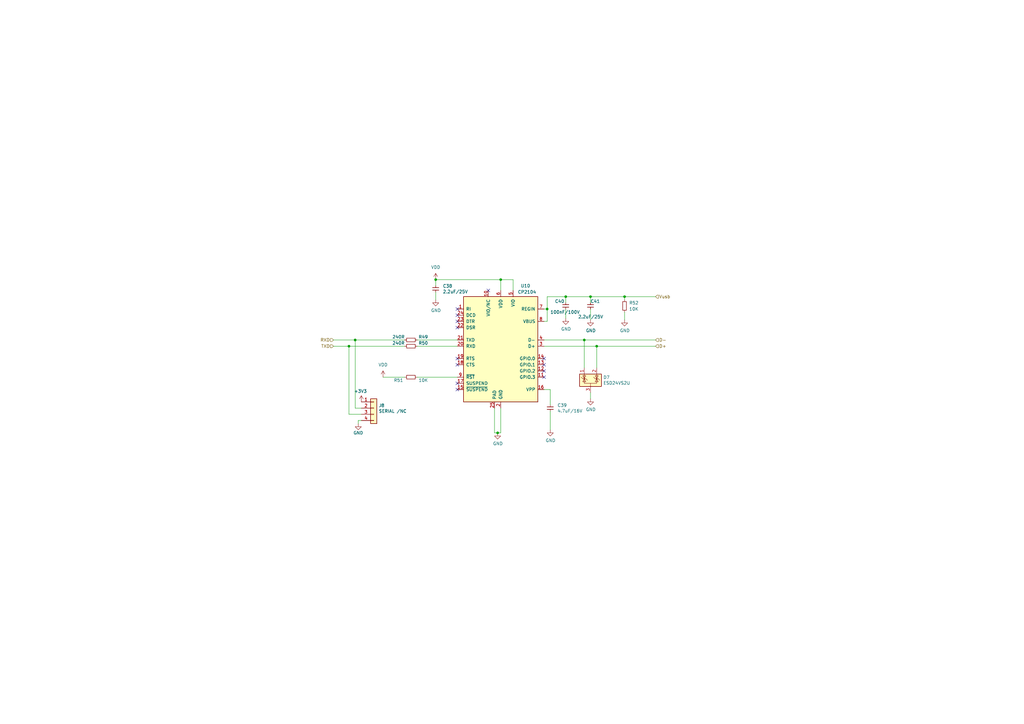
<source format=kicad_sch>
(kicad_sch (version 20230121) (generator eeschema)

  (uuid e795f9ad-d76a-4c10-bd3f-bfa4aa84c527)

  (paper "A3")

  (title_block
    (date "2023-10-19")
    (rev "V0.1")
    (company "teTra")
  )

  (lib_symbols
    (symbol "BMS-Master-rescue:CP2104-Interface_USB" (pin_names (offset 1.016)) (in_bom yes) (on_board yes)
      (property "Reference" "U" (at -7.62 23.495 0)
        (effects (font (size 1.27 1.27)) (justify right))
      )
      (property "Value" "Interface_USB_CP2104" (at -7.62 21.59 0)
        (effects (font (size 1.27 1.27)) (justify right))
      )
      (property "Footprint" "Package_DFN_QFN:QFN-24-1EP_4x4mm_P0.5mm_EP2.6x2.6mm" (at 3.81 -24.13 0)
        (effects (font (size 1.27 1.27)) (justify left) hide)
      )
      (property "Datasheet" "" (at -13.97 31.75 0)
        (effects (font (size 1.27 1.27)) hide)
      )
      (property "ki_fp_filters" "QFN*4x4mm*P0.5mm*" (at 0 0 0)
        (effects (font (size 1.27 1.27)) hide)
      )
      (symbol "CP2104-Interface_USB_0_1"
        (rectangle (start -15.24 20.32) (end 15.24 -22.86)
          (stroke (width 0.254) (type solid))
          (fill (type background))
        )
      )
      (symbol "CP2104-Interface_USB_1_1"
        (pin input line (at 17.78 15.24 180) (length 2.54)
          (name "RI" (effects (font (size 1.27 1.27))))
          (number "1" (effects (font (size 1.27 1.27))))
        )
        (pin power_out line (at 5.08 22.86 270) (length 2.54)
          (name "VIO/NC" (effects (font (size 1.27 1.27))))
          (number "10" (effects (font (size 1.27 1.27))))
        )
        (pin bidirectional line (at -17.78 -12.7 0) (length 2.54)
          (name "GPIO.3" (effects (font (size 1.27 1.27))))
          (number "11" (effects (font (size 1.27 1.27))))
        )
        (pin bidirectional line (at -17.78 -10.16 0) (length 2.54)
          (name "GPIO.2" (effects (font (size 1.27 1.27))))
          (number "12" (effects (font (size 1.27 1.27))))
        )
        (pin bidirectional line (at -17.78 -7.62 0) (length 2.54)
          (name "GPIO.1" (effects (font (size 1.27 1.27))))
          (number "13" (effects (font (size 1.27 1.27))))
        )
        (pin bidirectional line (at -17.78 -5.08 0) (length 2.54)
          (name "GPIO.0" (effects (font (size 1.27 1.27))))
          (number "14" (effects (font (size 1.27 1.27))))
        )
        (pin output line (at 17.78 -17.78 180) (length 2.54)
          (name "~{SUSPEND}" (effects (font (size 1.27 1.27))))
          (number "15" (effects (font (size 1.27 1.27))))
        )
        (pin passive line (at -17.78 -17.78 0) (length 2.54)
          (name "VPP" (effects (font (size 1.27 1.27))))
          (number "16" (effects (font (size 1.27 1.27))))
        )
        (pin output line (at 17.78 -15.24 180) (length 2.54)
          (name "SUSPEND" (effects (font (size 1.27 1.27))))
          (number "17" (effects (font (size 1.27 1.27))))
        )
        (pin input line (at 17.78 -7.62 180) (length 2.54)
          (name "CTS" (effects (font (size 1.27 1.27))))
          (number "18" (effects (font (size 1.27 1.27))))
        )
        (pin output line (at 17.78 -5.08 180) (length 2.54)
          (name "RTS" (effects (font (size 1.27 1.27))))
          (number "19" (effects (font (size 1.27 1.27))))
        )
        (pin power_in line (at 0 -25.4 90) (length 2.54)
          (name "GND" (effects (font (size 1.27 1.27))))
          (number "2" (effects (font (size 1.27 1.27))))
        )
        (pin input line (at 17.78 0 180) (length 2.54)
          (name "RXD" (effects (font (size 1.27 1.27))))
          (number "20" (effects (font (size 1.27 1.27))))
        )
        (pin output line (at 17.78 2.54 180) (length 2.54)
          (name "TXD" (effects (font (size 1.27 1.27))))
          (number "21" (effects (font (size 1.27 1.27))))
        )
        (pin input line (at 17.78 7.62 180) (length 2.54)
          (name "DSR" (effects (font (size 1.27 1.27))))
          (number "22" (effects (font (size 1.27 1.27))))
        )
        (pin output line (at 17.78 10.16 180) (length 2.54)
          (name "DTR" (effects (font (size 1.27 1.27))))
          (number "23" (effects (font (size 1.27 1.27))))
        )
        (pin input line (at 17.78 12.7 180) (length 2.54)
          (name "DCD" (effects (font (size 1.27 1.27))))
          (number "24" (effects (font (size 1.27 1.27))))
        )
        (pin power_in line (at 2.54 -25.4 90) (length 2.54)
          (name "PAD" (effects (font (size 1.27 1.27))))
          (number "25" (effects (font (size 1.27 1.27))))
        )
        (pin bidirectional line (at -17.78 0 0) (length 2.54)
          (name "D+" (effects (font (size 1.27 1.27))))
          (number "3" (effects (font (size 1.27 1.27))))
        )
        (pin bidirectional line (at -17.78 2.54 0) (length 2.54)
          (name "D-" (effects (font (size 1.27 1.27))))
          (number "4" (effects (font (size 1.27 1.27))))
        )
        (pin power_in line (at -5.08 22.86 270) (length 2.54)
          (name "VIO" (effects (font (size 1.27 1.27))))
          (number "5" (effects (font (size 1.27 1.27))))
        )
        (pin power_in line (at 0 22.86 270) (length 2.54)
          (name "VDD" (effects (font (size 1.27 1.27))))
          (number "6" (effects (font (size 1.27 1.27))))
        )
        (pin power_in line (at -17.78 15.24 0) (length 2.54)
          (name "REGIN" (effects (font (size 1.27 1.27))))
          (number "7" (effects (font (size 1.27 1.27))))
        )
        (pin input line (at -17.78 10.16 0) (length 2.54)
          (name "VBUS" (effects (font (size 1.27 1.27))))
          (number "8" (effects (font (size 1.27 1.27))))
        )
        (pin bidirectional line (at 17.78 -12.7 180) (length 2.54)
          (name "~{RST}" (effects (font (size 1.27 1.27))))
          (number "9" (effects (font (size 1.27 1.27))))
        )
      )
    )
    (symbol "Connector_Generic:Conn_01x04" (pin_names (offset 1.016) hide) (in_bom yes) (on_board yes)
      (property "Reference" "J" (at 0 5.08 0)
        (effects (font (size 1.27 1.27)))
      )
      (property "Value" "Conn_01x04" (at 0 -7.62 0)
        (effects (font (size 1.27 1.27)))
      )
      (property "Footprint" "Connector_PinHeader_2.54mm:PinHeader_1x04_P2.54mm_Vertical" (at 0 0 0)
        (effects (font (size 1.27 1.27)) hide)
      )
      (property "Datasheet" "~" (at 0 0 0)
        (effects (font (size 1.27 1.27)) hide)
      )
      (property "ki_keywords" "connector" (at 0 0 0)
        (effects (font (size 1.27 1.27)) hide)
      )
      (property "ki_description" "Generic connector, single row, 01x04, script generated (kicad-library-utils/schlib/autogen/connector/)" (at 0 0 0)
        (effects (font (size 1.27 1.27)) hide)
      )
      (property "ki_fp_filters" "Connector*:*_1x??_*" (at 0 0 0)
        (effects (font (size 1.27 1.27)) hide)
      )
      (symbol "Conn_01x04_1_1"
        (rectangle (start -1.27 -4.953) (end 0 -5.207)
          (stroke (width 0.1524) (type default))
          (fill (type none))
        )
        (rectangle (start -1.27 -2.413) (end 0 -2.667)
          (stroke (width 0.1524) (type default))
          (fill (type none))
        )
        (rectangle (start -1.27 0.127) (end 0 -0.127)
          (stroke (width 0.1524) (type default))
          (fill (type none))
        )
        (rectangle (start -1.27 2.667) (end 0 2.413)
          (stroke (width 0.1524) (type default))
          (fill (type none))
        )
        (rectangle (start -1.27 3.81) (end 1.27 -6.35)
          (stroke (width 0.254) (type default))
          (fill (type background))
        )
        (pin passive line (at -5.08 2.54 0) (length 3.81)
          (name "Pin_1" (effects (font (size 1.27 1.27))))
          (number "1" (effects (font (size 1.27 1.27))))
        )
        (pin passive line (at -5.08 0 0) (length 3.81)
          (name "Pin_2" (effects (font (size 1.27 1.27))))
          (number "2" (effects (font (size 1.27 1.27))))
        )
        (pin passive line (at -5.08 -2.54 0) (length 3.81)
          (name "Pin_3" (effects (font (size 1.27 1.27))))
          (number "3" (effects (font (size 1.27 1.27))))
        )
        (pin passive line (at -5.08 -5.08 0) (length 3.81)
          (name "Pin_4" (effects (font (size 1.27 1.27))))
          (number "4" (effects (font (size 1.27 1.27))))
        )
      )
    )
    (symbol "Device:C" (pin_numbers hide) (pin_names (offset 0.254)) (in_bom yes) (on_board yes)
      (property "Reference" "C" (at 0.635 2.54 0)
        (effects (font (size 1.27 1.27)) (justify left))
      )
      (property "Value" "C" (at 0.635 -2.54 0)
        (effects (font (size 1.27 1.27)) (justify left))
      )
      (property "Footprint" "" (at 0.9652 -3.81 0)
        (effects (font (size 1.27 1.27)) hide)
      )
      (property "Datasheet" "~" (at 0 0 0)
        (effects (font (size 1.27 1.27)) hide)
      )
      (property "ki_keywords" "cap capacitor" (at 0 0 0)
        (effects (font (size 1.27 1.27)) hide)
      )
      (property "ki_description" "Unpolarized capacitor" (at 0 0 0)
        (effects (font (size 1.27 1.27)) hide)
      )
      (property "ki_fp_filters" "C_*" (at 0 0 0)
        (effects (font (size 1.27 1.27)) hide)
      )
      (symbol "C_1_1"
        (polyline
          (pts
            (xy -1.27 -0.508)
            (xy 1.27 -0.508)
          )
          (stroke (width 0.254) (type default))
          (fill (type none))
        )
        (polyline
          (pts
            (xy -1.27 0.508)
            (xy 1.27 0.508)
          )
          (stroke (width 0.254) (type default))
          (fill (type none))
        )
        (pin passive line (at 0 1.27 270) (length 0.762)
          (name "~" (effects (font (size 1.27 1.27))))
          (number "1" (effects (font (size 1.27 1.27))))
        )
        (pin passive line (at 0 -1.27 90) (length 0.762)
          (name "~" (effects (font (size 1.27 1.27))))
          (number "2" (effects (font (size 1.27 1.27))))
        )
      )
    )
    (symbol "Device:R_Small" (pin_numbers hide) (pin_names (offset 0.254) hide) (in_bom yes) (on_board yes)
      (property "Reference" "R" (at 0.762 0.508 0)
        (effects (font (size 1.27 1.27)) (justify left))
      )
      (property "Value" "R_Small" (at 0.762 -1.016 0)
        (effects (font (size 1.27 1.27)) (justify left))
      )
      (property "Footprint" "" (at 0 0 0)
        (effects (font (size 1.27 1.27)) hide)
      )
      (property "Datasheet" "~" (at 0 0 0)
        (effects (font (size 1.27 1.27)) hide)
      )
      (property "ki_keywords" "R resistor" (at 0 0 0)
        (effects (font (size 1.27 1.27)) hide)
      )
      (property "ki_description" "Resistor, small symbol" (at 0 0 0)
        (effects (font (size 1.27 1.27)) hide)
      )
      (property "ki_fp_filters" "R_*" (at 0 0 0)
        (effects (font (size 1.27 1.27)) hide)
      )
      (symbol "R_Small_0_1"
        (rectangle (start -0.762 1.778) (end 0.762 -1.778)
          (stroke (width 0.2032) (type default))
          (fill (type none))
        )
      )
      (symbol "R_Small_1_1"
        (pin passive line (at 0 2.54 270) (length 0.762)
          (name "~" (effects (font (size 1.27 1.27))))
          (number "1" (effects (font (size 1.27 1.27))))
        )
        (pin passive line (at 0 -2.54 90) (length 0.762)
          (name "~" (effects (font (size 1.27 1.27))))
          (number "2" (effects (font (size 1.27 1.27))))
        )
      )
    )
    (symbol "Power_Protection:SZNUP2105L" (pin_names hide) (in_bom yes) (on_board yes)
      (property "Reference" "D" (at 5.715 2.54 0)
        (effects (font (size 1.27 1.27)) (justify left))
      )
      (property "Value" "SZNUP2105L" (at 5.715 0.635 0)
        (effects (font (size 1.27 1.27)) (justify left))
      )
      (property "Footprint" "Package_TO_SOT_SMD:SOT-23" (at 5.715 -1.27 0)
        (effects (font (size 1.27 1.27)) (justify left) hide)
      )
      (property "Datasheet" "http://www.onsemi.com/pub_link/Collateral/NUP2105L-D.PDF" (at 3.175 3.175 0)
        (effects (font (size 1.27 1.27)) hide)
      )
      (property "ki_keywords" "can esd protection suppression transient automotive" (at 0 0 0)
        (effects (font (size 1.27 1.27)) hide)
      )
      (property "ki_description" "Dual Line CAN Bus Protector, 24Vrwm, Automotive Grade" (at 0 0 0)
        (effects (font (size 1.27 1.27)) hide)
      )
      (property "ki_fp_filters" "SOT?23*" (at 0 0 0)
        (effects (font (size 1.27 1.27)) hide)
      )
      (symbol "SZNUP2105L_0_0"
        (pin passive line (at 0 -5.08 90) (length 2.54)
          (name "A" (effects (font (size 1.27 1.27))))
          (number "3" (effects (font (size 1.27 1.27))))
        )
      )
      (symbol "SZNUP2105L_0_1"
        (rectangle (start -4.445 2.54) (end 4.445 -2.54)
          (stroke (width 0.254) (type default))
          (fill (type background))
        )
        (polyline
          (pts
            (xy -2.54 2.54)
            (xy -2.54 0.635)
          )
          (stroke (width 0) (type default))
          (fill (type none))
        )
        (polyline
          (pts
            (xy 0 -1.27)
            (xy 0 -2.54)
          )
          (stroke (width 0) (type default))
          (fill (type none))
        )
        (polyline
          (pts
            (xy 2.54 2.54)
            (xy 2.54 0.635)
          )
          (stroke (width 0) (type default))
          (fill (type none))
        )
        (polyline
          (pts
            (xy -3.81 1.27)
            (xy -3.175 0.635)
            (xy -1.905 0.635)
            (xy -1.27 0)
          )
          (stroke (width 0) (type default))
          (fill (type none))
        )
        (polyline
          (pts
            (xy -2.54 0.635)
            (xy -2.54 -1.27)
            (xy 2.54 -1.27)
            (xy 2.54 0.635)
          )
          (stroke (width 0) (type default))
          (fill (type none))
        )
        (polyline
          (pts
            (xy -2.54 0.635)
            (xy -1.905 -0.635)
            (xy -3.175 -0.635)
            (xy -2.54 0.635)
          )
          (stroke (width 0) (type default))
          (fill (type none))
        )
        (polyline
          (pts
            (xy 2.54 0.635)
            (xy 1.905 -0.635)
            (xy 3.175 -0.635)
            (xy 2.54 0.635)
          )
          (stroke (width 0) (type default))
          (fill (type none))
        )
        (polyline
          (pts
            (xy 2.54 0.635)
            (xy 3.175 1.905)
            (xy 1.905 1.905)
            (xy 2.54 0.635)
          )
          (stroke (width 0) (type default))
          (fill (type none))
        )
        (polyline
          (pts
            (xy -2.54 0.635)
            (xy -3.175 1.905)
            (xy -1.905 1.905)
            (xy -2.54 0.635)
            (xy -2.54 1.27)
          )
          (stroke (width 0) (type default))
          (fill (type none))
        )
        (polyline
          (pts
            (xy 1.27 1.27)
            (xy 1.905 0.635)
            (xy 2.54 0.635)
            (xy 3.175 0.635)
            (xy 3.81 0)
          )
          (stroke (width 0) (type default))
          (fill (type none))
        )
      )
      (symbol "SZNUP2105L_1_1"
        (pin passive line (at -2.54 5.08 270) (length 2.54)
          (name "K" (effects (font (size 1.27 1.27))))
          (number "1" (effects (font (size 1.27 1.27))))
        )
        (pin passive line (at 2.54 5.08 270) (length 2.54)
          (name "K" (effects (font (size 1.27 1.27))))
          (number "2" (effects (font (size 1.27 1.27))))
        )
      )
    )
    (symbol "power:+3V3" (power) (pin_names (offset 0)) (in_bom yes) (on_board yes)
      (property "Reference" "#PWR" (at 0 -3.81 0)
        (effects (font (size 1.27 1.27)) hide)
      )
      (property "Value" "+3V3" (at 0 3.556 0)
        (effects (font (size 1.27 1.27)))
      )
      (property "Footprint" "" (at 0 0 0)
        (effects (font (size 1.27 1.27)) hide)
      )
      (property "Datasheet" "" (at 0 0 0)
        (effects (font (size 1.27 1.27)) hide)
      )
      (property "ki_keywords" "global power" (at 0 0 0)
        (effects (font (size 1.27 1.27)) hide)
      )
      (property "ki_description" "Power symbol creates a global label with name \"+3V3\"" (at 0 0 0)
        (effects (font (size 1.27 1.27)) hide)
      )
      (symbol "+3V3_0_1"
        (polyline
          (pts
            (xy -0.762 1.27)
            (xy 0 2.54)
          )
          (stroke (width 0) (type default))
          (fill (type none))
        )
        (polyline
          (pts
            (xy 0 0)
            (xy 0 2.54)
          )
          (stroke (width 0) (type default))
          (fill (type none))
        )
        (polyline
          (pts
            (xy 0 2.54)
            (xy 0.762 1.27)
          )
          (stroke (width 0) (type default))
          (fill (type none))
        )
      )
      (symbol "+3V3_1_1"
        (pin power_in line (at 0 0 90) (length 0) hide
          (name "+3V3" (effects (font (size 1.27 1.27))))
          (number "1" (effects (font (size 1.27 1.27))))
        )
      )
    )
    (symbol "power:GND" (power) (pin_names (offset 0)) (in_bom yes) (on_board yes)
      (property "Reference" "#PWR" (at 0 -6.35 0)
        (effects (font (size 1.27 1.27)) hide)
      )
      (property "Value" "GND" (at 0 -3.81 0)
        (effects (font (size 1.27 1.27)))
      )
      (property "Footprint" "" (at 0 0 0)
        (effects (font (size 1.27 1.27)) hide)
      )
      (property "Datasheet" "" (at 0 0 0)
        (effects (font (size 1.27 1.27)) hide)
      )
      (property "ki_keywords" "global power" (at 0 0 0)
        (effects (font (size 1.27 1.27)) hide)
      )
      (property "ki_description" "Power symbol creates a global label with name \"GND\" , ground" (at 0 0 0)
        (effects (font (size 1.27 1.27)) hide)
      )
      (symbol "GND_0_1"
        (polyline
          (pts
            (xy 0 0)
            (xy 0 -1.27)
            (xy 1.27 -1.27)
            (xy 0 -2.54)
            (xy -1.27 -1.27)
            (xy 0 -1.27)
          )
          (stroke (width 0) (type default))
          (fill (type none))
        )
      )
      (symbol "GND_1_1"
        (pin power_in line (at 0 0 270) (length 0) hide
          (name "GND" (effects (font (size 1.27 1.27))))
          (number "1" (effects (font (size 1.27 1.27))))
        )
      )
    )
    (symbol "power:VDD" (power) (pin_names (offset 0)) (in_bom yes) (on_board yes)
      (property "Reference" "#PWR" (at 0 -3.81 0)
        (effects (font (size 1.27 1.27)) hide)
      )
      (property "Value" "VDD" (at 0 3.81 0)
        (effects (font (size 1.27 1.27)))
      )
      (property "Footprint" "" (at 0 0 0)
        (effects (font (size 1.27 1.27)) hide)
      )
      (property "Datasheet" "" (at 0 0 0)
        (effects (font (size 1.27 1.27)) hide)
      )
      (property "ki_keywords" "global power" (at 0 0 0)
        (effects (font (size 1.27 1.27)) hide)
      )
      (property "ki_description" "Power symbol creates a global label with name \"VDD\"" (at 0 0 0)
        (effects (font (size 1.27 1.27)) hide)
      )
      (symbol "VDD_0_1"
        (polyline
          (pts
            (xy -0.762 1.27)
            (xy 0 2.54)
          )
          (stroke (width 0) (type default))
          (fill (type none))
        )
        (polyline
          (pts
            (xy 0 0)
            (xy 0 2.54)
          )
          (stroke (width 0) (type default))
          (fill (type none))
        )
        (polyline
          (pts
            (xy 0 2.54)
            (xy 0.762 1.27)
          )
          (stroke (width 0) (type default))
          (fill (type none))
        )
      )
      (symbol "VDD_1_1"
        (pin power_in line (at 0 0 90) (length 0) hide
          (name "VDD" (effects (font (size 1.27 1.27))))
          (number "1" (effects (font (size 1.27 1.27))))
        )
      )
    )
  )

  (junction (at 145.669 139.446) (diameter 0) (color 0 0 0 0)
    (uuid 19b10365-dc87-4cb1-84a4-e13a1d10a332)
  )
  (junction (at 239.649 139.446) (diameter 0) (color 0 0 0 0)
    (uuid 4c55c70b-2b4a-4c93-974f-aa24f5b1ba00)
  )
  (junction (at 256.159 121.666) (diameter 0) (color 0 0 0 0)
    (uuid 6a454cd5-8ce7-4cda-8eb9-f1762fb4d583)
  )
  (junction (at 204.089 177.546) (diameter 0) (color 0 0 0 0)
    (uuid 77a3d58a-85af-4b32-92cd-b6df0692c250)
  )
  (junction (at 143.129 141.986) (diameter 0) (color 0 0 0 0)
    (uuid 837de5cb-03d2-4817-9651-3d61380ee86d)
  )
  (junction (at 244.729 141.986) (diameter 0) (color 0 0 0 0)
    (uuid 95c21d0f-fcfd-4102-8e1e-1e4287d0e399)
  )
  (junction (at 232.029 121.666) (diameter 0) (color 0 0 0 0)
    (uuid 9d6ccea4-eb2d-4fab-8b37-82b8e85fd2ef)
  )
  (junction (at 205.359 114.681) (diameter 0) (color 0 0 0 0)
    (uuid a8103cb1-c5ea-4201-81b3-109ccb8bd45e)
  )
  (junction (at 224.409 126.746) (diameter 0) (color 0 0 0 0)
    (uuid b728cf3e-a04e-413c-a9ec-74d9c7d1e7f7)
  )
  (junction (at 242.189 121.666) (diameter 0) (color 0 0 0 0)
    (uuid c56b1578-acd8-4f35-884b-ad9c2836c303)
  )
  (junction (at 178.689 114.681) (diameter 0) (color 0 0 0 0)
    (uuid f6a57656-69fd-46c7-b5a1-96425f0881cf)
  )

  (no_connect (at 187.579 131.826) (uuid 0644b356-416e-4083-bd79-792e16be587a))
  (no_connect (at 187.579 149.606) (uuid 20f7bc80-91b6-4415-b0c8-bc88dde8f9a1))
  (no_connect (at 187.579 129.286) (uuid 5a65d5f2-e269-4a4c-8e8c-3573e29f9ed6))
  (no_connect (at 187.579 157.226) (uuid 71693afe-56f1-440c-9092-e4f9c1df0ef8))
  (no_connect (at 223.139 152.146) (uuid 84fa9ade-4bf3-4f4c-b78d-3db0b6504e90))
  (no_connect (at 223.139 147.066) (uuid 9cbbc4b1-2725-4c43-83e3-f01311bb9207))
  (no_connect (at 200.279 119.126) (uuid a0f38263-f952-435d-9ad5-4cfd77abccdb))
  (no_connect (at 187.579 159.766) (uuid a7d785e7-6fd2-4adb-a540-c1dccdcbc958))
  (no_connect (at 223.139 149.606) (uuid a8443f75-f394-41e4-b2c4-3a2da21140e6))
  (no_connect (at 187.579 126.746) (uuid aa56994f-82e3-4a05-b83c-da207d1e2ac4))
  (no_connect (at 187.579 134.366) (uuid ec78800e-d594-4f49-ad8e-fda0e6efcec9))
  (no_connect (at 187.579 147.066) (uuid f22a8e8c-01d6-4275-8c67-a3d6d286b71f))
  (no_connect (at 223.139 154.686) (uuid fffe9f46-802a-4187-b110-76610a27a99a))

  (wire (pts (xy 244.729 141.986) (xy 268.859 141.986))
    (stroke (width 0) (type default))
    (uuid 00481756-2182-49b3-88f5-667db6436ff3)
  )
  (wire (pts (xy 244.729 141.986) (xy 244.729 150.876))
    (stroke (width 0) (type default))
    (uuid 02c7dff0-f252-441b-a304-d01f47d0d9e5)
  )
  (wire (pts (xy 202.819 167.386) (xy 202.819 177.546))
    (stroke (width 0) (type default))
    (uuid 0655d377-b130-4751-a92b-6bcdadfaf5b0)
  )
  (wire (pts (xy 205.359 119.126) (xy 205.359 114.681))
    (stroke (width 0) (type default))
    (uuid 067cf2f0-b2d7-49d2-bfd8-56502bf3ca1a)
  )
  (wire (pts (xy 143.129 169.926) (xy 143.129 141.986))
    (stroke (width 0) (type default))
    (uuid 0be27e51-0422-431d-b8c0-32dab0350673)
  )
  (wire (pts (xy 225.679 159.766) (xy 225.679 166.116))
    (stroke (width 0) (type default))
    (uuid 16cd0805-2cb3-4eb6-839f-36dfacb78613)
  )
  (wire (pts (xy 178.689 119.761) (xy 178.689 122.936))
    (stroke (width 0) (type default))
    (uuid 17966c93-2d2e-4ea6-b294-56515efb88c5)
  )
  (wire (pts (xy 232.029 126.746) (xy 232.029 130.556))
    (stroke (width 0) (type default))
    (uuid 1e64fb05-b5be-431f-9a19-1f4048466c31)
  )
  (wire (pts (xy 205.359 177.546) (xy 205.359 167.386))
    (stroke (width 0) (type default))
    (uuid 20db3bff-57d6-4236-aee6-77f52f6e2b2d)
  )
  (wire (pts (xy 145.669 167.386) (xy 145.669 139.446))
    (stroke (width 0) (type default))
    (uuid 21c26b8b-1aa0-431d-ad45-02be8763c256)
  )
  (wire (pts (xy 205.359 114.681) (xy 210.439 114.681))
    (stroke (width 0) (type default))
    (uuid 2a071e1e-4cf0-4b1b-8c43-0a6d81778563)
  )
  (wire (pts (xy 225.679 168.656) (xy 225.679 176.276))
    (stroke (width 0) (type default))
    (uuid 30047aba-a81b-4194-b6b6-5873aed1a008)
  )
  (wire (pts (xy 224.409 126.746) (xy 224.409 121.666))
    (stroke (width 0) (type default))
    (uuid 31bc532e-82ef-4617-bc0a-002a126b5f56)
  )
  (wire (pts (xy 242.189 126.746) (xy 242.189 131.191))
    (stroke (width 0) (type default))
    (uuid 354c6012-cf8f-4611-913f-68cca73e67e0)
  )
  (wire (pts (xy 178.689 114.681) (xy 205.359 114.681))
    (stroke (width 0) (type default))
    (uuid 3809c7b1-4e9d-4118-a901-ccb3cf0df55c)
  )
  (wire (pts (xy 256.159 128.016) (xy 256.159 131.191))
    (stroke (width 0) (type default))
    (uuid 3a2f7e44-e295-4976-b679-7351ff43da86)
  )
  (wire (pts (xy 146.939 173.736) (xy 146.939 172.466))
    (stroke (width 0) (type default))
    (uuid 3b4e04dc-022b-4d61-80b4-db53446935b6)
  )
  (wire (pts (xy 143.129 141.986) (xy 136.779 141.986))
    (stroke (width 0) (type default))
    (uuid 3c45cd10-3c86-4728-baf1-24956a4c5dff)
  )
  (wire (pts (xy 145.669 139.446) (xy 165.989 139.446))
    (stroke (width 0) (type default))
    (uuid 3cbfab81-943a-4eec-b251-a38ff37d7bc7)
  )
  (wire (pts (xy 171.069 139.446) (xy 187.579 139.446))
    (stroke (width 0) (type default))
    (uuid 46cc761b-2706-4fe9-91e1-c7366db03fb3)
  )
  (wire (pts (xy 171.069 141.986) (xy 187.579 141.986))
    (stroke (width 0) (type default))
    (uuid 4ba4966e-c9c8-4f29-99a6-8fa9371d0dd8)
  )
  (wire (pts (xy 256.159 121.666) (xy 268.859 121.666))
    (stroke (width 0) (type default))
    (uuid 55111d37-31a6-4b56-9aa4-28a1e3a9b4fb)
  )
  (wire (pts (xy 232.029 121.666) (xy 232.029 124.206))
    (stroke (width 0) (type default))
    (uuid 564943d4-2741-4949-8241-b4c439c71c70)
  )
  (wire (pts (xy 136.779 139.446) (xy 145.669 139.446))
    (stroke (width 0) (type default))
    (uuid 59eb1016-25ed-4a8d-b7a7-b77d78c0f7c7)
  )
  (wire (pts (xy 239.649 150.876) (xy 239.649 139.446))
    (stroke (width 0) (type default))
    (uuid 5bd6e17a-5aa6-4833-b647-d380a73a3a5d)
  )
  (wire (pts (xy 242.189 161.036) (xy 242.189 163.576))
    (stroke (width 0) (type default))
    (uuid 69e03065-fedb-4eff-bf8f-8d998af7fc1c)
  )
  (wire (pts (xy 242.189 121.666) (xy 256.159 121.666))
    (stroke (width 0) (type default))
    (uuid 7323cea7-95b2-4fee-a99c-b9263e3904a2)
  )
  (wire (pts (xy 146.939 172.466) (xy 148.209 172.466))
    (stroke (width 0) (type default))
    (uuid 7eaaa372-7fa7-4d4c-a571-c2e9502da75e)
  )
  (wire (pts (xy 157.099 154.686) (xy 165.989 154.686))
    (stroke (width 0) (type default))
    (uuid 82884423-dc61-46cb-857b-35c2b75a2e26)
  )
  (wire (pts (xy 148.209 167.386) (xy 145.669 167.386))
    (stroke (width 0) (type default))
    (uuid 86396757-aabb-49ec-8438-273f86b00a4a)
  )
  (wire (pts (xy 223.139 131.826) (xy 224.409 131.826))
    (stroke (width 0) (type default))
    (uuid 8afcc4ff-38b9-47bc-b999-8ef50f825ace)
  )
  (wire (pts (xy 171.069 154.686) (xy 187.579 154.686))
    (stroke (width 0) (type default))
    (uuid 9117b5df-8fa6-4b05-b536-455e993bdea7)
  )
  (wire (pts (xy 223.139 141.986) (xy 244.729 141.986))
    (stroke (width 0) (type default))
    (uuid 9ccdba88-3395-4349-a8d6-ddaaab561dba)
  )
  (wire (pts (xy 256.159 121.666) (xy 256.159 122.936))
    (stroke (width 0) (type default))
    (uuid 9f3d4faa-36cb-4412-abf6-e3b2c6bb2576)
  )
  (wire (pts (xy 224.409 126.746) (xy 223.139 126.746))
    (stroke (width 0) (type default))
    (uuid 9fea93e4-6dc8-44bb-9466-e59c99356068)
  )
  (wire (pts (xy 223.139 139.446) (xy 239.649 139.446))
    (stroke (width 0) (type default))
    (uuid a111b656-775f-4116-9003-3c9c58a5a6aa)
  )
  (wire (pts (xy 242.189 121.666) (xy 242.189 124.206))
    (stroke (width 0) (type default))
    (uuid b9be1380-6510-422a-b73f-5b1505962d8f)
  )
  (wire (pts (xy 210.439 114.681) (xy 210.439 119.126))
    (stroke (width 0) (type default))
    (uuid bdbb5ff9-4663-434c-8267-3509691bee6d)
  )
  (wire (pts (xy 202.819 177.546) (xy 204.089 177.546))
    (stroke (width 0) (type default))
    (uuid c347bcaa-fd3a-4c7f-b28a-911c49988051)
  )
  (wire (pts (xy 224.409 121.666) (xy 232.029 121.666))
    (stroke (width 0) (type default))
    (uuid c7fbf857-46ae-4404-86b8-f8fe471e5235)
  )
  (wire (pts (xy 148.209 169.926) (xy 143.129 169.926))
    (stroke (width 0) (type default))
    (uuid c99daa72-7687-406c-9427-fbf23f526beb)
  )
  (wire (pts (xy 224.409 131.826) (xy 224.409 126.746))
    (stroke (width 0) (type default))
    (uuid cfe3cc29-dac6-4c73-86ad-2d10c9315aad)
  )
  (wire (pts (xy 239.649 139.446) (xy 268.859 139.446))
    (stroke (width 0) (type default))
    (uuid d04224bb-16d8-4896-adf6-7a192e321668)
  )
  (wire (pts (xy 225.679 159.766) (xy 223.139 159.766))
    (stroke (width 0) (type default))
    (uuid d175979c-a2aa-48bc-8411-8b34606b13ec)
  )
  (wire (pts (xy 178.689 114.681) (xy 178.689 117.221))
    (stroke (width 0) (type default))
    (uuid dc7604b5-c387-45c5-be99-85939350379e)
  )
  (wire (pts (xy 232.029 121.666) (xy 242.189 121.666))
    (stroke (width 0) (type default))
    (uuid e143ea2c-12db-4a13-bb74-fe22a3b6f942)
  )
  (wire (pts (xy 204.089 177.546) (xy 205.359 177.546))
    (stroke (width 0) (type default))
    (uuid f141ff36-70b8-45d9-b009-6da7d16e8416)
  )
  (wire (pts (xy 143.129 141.986) (xy 165.989 141.986))
    (stroke (width 0) (type default))
    (uuid f7ed9eb3-964b-4f6d-bdc2-fafb2e575db5)
  )

  (hierarchical_label "Vusb" (shape input) (at 268.859 121.666 0) (fields_autoplaced)
    (effects (font (size 1.27 1.27)) (justify left))
    (uuid 2678f725-c375-4b32-9c0b-966f6de1f230)
  )
  (hierarchical_label "TXD" (shape input) (at 136.779 141.986 180) (fields_autoplaced)
    (effects (font (size 1.27 1.27)) (justify right))
    (uuid 3195f812-b062-4650-98c0-ed21b43949f4)
  )
  (hierarchical_label "D+" (shape input) (at 268.859 141.986 0) (fields_autoplaced)
    (effects (font (size 1.27 1.27)) (justify left))
    (uuid 7aec2cc4-6109-419b-b38f-9b50b836097c)
  )
  (hierarchical_label "D-" (shape input) (at 268.859 139.446 0) (fields_autoplaced)
    (effects (font (size 1.27 1.27)) (justify left))
    (uuid cf1a13a3-739a-44ec-b448-856f2fa220a3)
  )
  (hierarchical_label "RXD" (shape input) (at 136.779 139.446 180) (fields_autoplaced)
    (effects (font (size 1.27 1.27)) (justify right))
    (uuid e404a9e6-90f1-4592-9942-5040461505bd)
  )

  (symbol (lib_id "BMS-Master-rescue:CP2104-Interface_USB") (at 205.359 141.986 0) (mirror y) (unit 1)
    (in_bom yes) (on_board yes) (dnp no)
    (uuid 00000000-0000-0000-0000-00005c246da5)
    (property "Reference" "U10" (at 215.519 117.221 0)
      (effects (font (size 1.27 1.27)))
    )
    (property "Value" "CP2104" (at 216.154 119.761 0)
      (effects (font (size 1.27 1.27)))
    )
    (property "Footprint" "Package_DFN_QFN:HVQFN-24-1EP_4x4mm_P0.5mm_EP2.6x2.6mm" (at 201.549 166.116 0)
      (effects (font (size 1.27 1.27)) (justify left) hide)
    )
    (property "Datasheet" "https://www.silabs.com/documents/public/data-sheets/cp2104.pdf" (at 219.329 110.236 0)
      (effects (font (size 1.27 1.27)) hide)
    )
    (property "MPN" "CP2104-F03-GM" (at 205.359 141.986 0)
      (effects (font (size 1.27 1.27)) hide)
    )
    (property "Link" "https://www.digikey.jp/en/products/detail/silicon-labs/CP2104-F03-GM/2486177" (at 205.359 141.986 0)
      (effects (font (size 1.27 1.27)) hide)
    )
    (property "Description" "USB Bridge, USB to UART USB 2.0 UART Interface 24-QFN (4x4)" (at 205.359 141.986 0)
      (effects (font (size 1.27 1.27)) hide)
    )
    (pin "1" (uuid 4b639ffb-bff7-4564-bb4b-df4763f56a3d))
    (pin "10" (uuid 452a8041-0e9e-4ac1-b7f0-6964e981905d))
    (pin "11" (uuid 5bf10b81-2795-42eb-948d-1aef8a6e32e1))
    (pin "12" (uuid 55185413-7389-45ea-9855-142ec36f3bd2))
    (pin "13" (uuid 5e4a8264-6fe7-4572-981a-51246113c23c))
    (pin "14" (uuid 6279ff7d-d18a-434a-a8e4-ec0b52484ab2))
    (pin "15" (uuid 695e6d58-0d46-444e-af8d-40ea8da82fb3))
    (pin "16" (uuid 0229181c-f508-41f0-8eac-266e4f888251))
    (pin "17" (uuid 97425c13-524b-4518-a51f-13b6beeda932))
    (pin "18" (uuid 6babf4b9-9e0c-45fe-82be-f0609584468e))
    (pin "19" (uuid 107ae67c-2235-4197-8874-43a376382e6f))
    (pin "2" (uuid 79fbf1e0-5eff-4eb4-a7a9-e1dedf612c63))
    (pin "20" (uuid 4563fd5b-104e-454f-bcbd-e0db7ecafca3))
    (pin "21" (uuid da0f715f-9c5d-43c0-95aa-a12752a57abf))
    (pin "22" (uuid 1cedcd5e-c924-42eb-a622-095e4c95fd0b))
    (pin "23" (uuid 4b61b770-4281-41d4-8e20-1b8b025f4558))
    (pin "24" (uuid 164eef85-91f2-4caa-bb36-920ae1a60bbd))
    (pin "25" (uuid d3271889-5420-4090-93b9-21eef2ebe2c2))
    (pin "3" (uuid bb41b2ab-955e-4c6c-85ad-02cba5f7c103))
    (pin "4" (uuid a1f0ef1c-1d46-4438-b932-d9e7dae1008a))
    (pin "5" (uuid e29a09b4-9905-4f6f-be5c-2cd6a9a41e81))
    (pin "6" (uuid 976a060c-93f3-4502-a2a6-42275da0d912))
    (pin "7" (uuid 25723224-09c9-4c1c-a889-684b7d9ae788))
    (pin "8" (uuid f13013af-c7ea-4583-b4ff-8eb98f47a264))
    (pin "9" (uuid 1d71c8ee-4d9f-46b8-a9de-00899b405e76))
    (instances
      (project "LTC6811_ESP32_V1p21"
        (path "/6a86ff6f-b159-4c4c-8a40-e732cc82e010/00000000-0000-0000-0000-00005c246ca0"
          (reference "U10") (unit 1)
        )
      )
    )
  )

  (symbol (lib_id "power:GND") (at 204.089 177.546 0) (unit 1)
    (in_bom yes) (on_board yes) (dnp no)
    (uuid 00000000-0000-0000-0000-00005c2e18ab)
    (property "Reference" "#PWR064" (at 204.089 183.896 0)
      (effects (font (size 1.27 1.27)) hide)
    )
    (property "Value" "GND" (at 204.216 181.9402 0)
      (effects (font (size 1.27 1.27)))
    )
    (property "Footprint" "" (at 204.089 177.546 0)
      (effects (font (size 1.27 1.27)) hide)
    )
    (property "Datasheet" "" (at 204.089 177.546 0)
      (effects (font (size 1.27 1.27)) hide)
    )
    (pin "1" (uuid fcf066a3-36c5-40d6-9237-16a4437d7f48))
    (instances
      (project "LTC6811_ESP32_V1p21"
        (path "/6a86ff6f-b159-4c4c-8a40-e732cc82e010/00000000-0000-0000-0000-00005c246ca0"
          (reference "#PWR064") (unit 1)
        )
      )
    )
  )

  (symbol (lib_id "Device:R_Small") (at 168.529 139.446 270) (unit 1)
    (in_bom yes) (on_board yes) (dnp no)
    (uuid 00000000-0000-0000-0000-00005c2e2764)
    (property "Reference" "R49" (at 173.609 138.176 90)
      (effects (font (size 1.27 1.27)))
    )
    (property "Value" "240R" (at 163.449 138.176 90)
      (effects (font (size 1.27 1.27)))
    )
    (property "Footprint" "Resistor_SMD:R_0603_1608Metric" (at 168.529 137.668 90)
      (effects (font (size 1.27 1.27)) hide)
    )
    (property "Datasheet" "https://www.yageo.com/upload/media/product/app/datasheet/rchip/pyu-rc_group_51_rohs_l.pdf" (at 168.529 139.446 0)
      (effects (font (size 1.27 1.27)) hide)
    )
    (property "MPN" "RC0603FR-07240RL" (at 168.529 139.446 0)
      (effects (font (size 1.27 1.27)) hide)
    )
    (property "Description" "240 Ohms ±1% 0.1W, 1/10W Chip Resistor 0603 (1608 Metric) Moisture Resistant Thick Film" (at 168.529 139.446 0)
      (effects (font (size 1.27 1.27)) hide)
    )
    (property "Link" "https://www.digikey.jp/en/products/detail/yageo/RC0603FR-07240RL/727081?s=N4IgTCBcDaIEoGEAMA2JBmAYnAtEg7GACxJwAyIAugL5A" (at 168.529 139.446 0)
      (effects (font (size 1.27 1.27)) hide)
    )
    (pin "1" (uuid d6dd51d2-16da-4ff6-ba64-b1720e2fd548))
    (pin "2" (uuid c25ceda3-1035-404b-8a56-ca119787d376))
    (instances
      (project "LTC6811_ESP32_V1p21"
        (path "/6a86ff6f-b159-4c4c-8a40-e732cc82e010/00000000-0000-0000-0000-00005c246ca0"
          (reference "R49") (unit 1)
        )
      )
    )
  )

  (symbol (lib_id "Device:R_Small") (at 168.529 141.986 270) (unit 1)
    (in_bom yes) (on_board yes) (dnp no)
    (uuid 00000000-0000-0000-0000-00005c2e33f0)
    (property "Reference" "R50" (at 173.609 140.716 90)
      (effects (font (size 1.27 1.27)))
    )
    (property "Value" "240R" (at 163.449 140.716 90)
      (effects (font (size 1.27 1.27)))
    )
    (property "Footprint" "Resistor_SMD:R_0603_1608Metric" (at 168.529 140.208 90)
      (effects (font (size 1.27 1.27)) hide)
    )
    (property "Datasheet" "https://www.yageo.com/upload/media/product/app/datasheet/rchip/pyu-rc_group_51_rohs_l.pdf" (at 168.529 141.986 0)
      (effects (font (size 1.27 1.27)) hide)
    )
    (property "MPN" "RC0603FR-07240RL" (at 168.529 141.986 0)
      (effects (font (size 1.27 1.27)) hide)
    )
    (property "Description" "240 Ohms ±1% 0.1W, 1/10W Chip Resistor 0603 (1608 Metric) Moisture Resistant Thick Film" (at 168.529 141.986 0)
      (effects (font (size 1.27 1.27)) hide)
    )
    (property "Link" "https://www.digikey.jp/en/products/detail/yageo/RC0603FR-07240RL/727081?s=N4IgTCBcDaIEoGEAMA2JBmAYnAtEg7GACxJwAyIAugL5A" (at 168.529 141.986 0)
      (effects (font (size 1.27 1.27)) hide)
    )
    (pin "1" (uuid b121eb7d-7096-49c6-a2f3-f943905380f5))
    (pin "2" (uuid 5ec60fd8-9c0f-4897-a6a5-9fb8dafa44cc))
    (instances
      (project "LTC6811_ESP32_V1p21"
        (path "/6a86ff6f-b159-4c4c-8a40-e732cc82e010/00000000-0000-0000-0000-00005c246ca0"
          (reference "R50") (unit 1)
        )
      )
    )
  )

  (symbol (lib_id "power:GND") (at 242.189 163.576 0) (unit 1)
    (in_bom yes) (on_board yes) (dnp no)
    (uuid 00000000-0000-0000-0000-00005c2fc79c)
    (property "Reference" "#PWR068" (at 242.189 169.926 0)
      (effects (font (size 1.27 1.27)) hide)
    )
    (property "Value" "GND" (at 242.316 167.9702 0)
      (effects (font (size 1.27 1.27)))
    )
    (property "Footprint" "" (at 242.189 163.576 0)
      (effects (font (size 1.27 1.27)) hide)
    )
    (property "Datasheet" "" (at 242.189 163.576 0)
      (effects (font (size 1.27 1.27)) hide)
    )
    (pin "1" (uuid a67554a7-12da-47e3-9db1-fed353286263))
    (instances
      (project "LTC6811_ESP32_V1p21"
        (path "/6a86ff6f-b159-4c4c-8a40-e732cc82e010/00000000-0000-0000-0000-00005c246ca0"
          (reference "#PWR068") (unit 1)
        )
      )
    )
  )

  (symbol (lib_id "Device:R_Small") (at 168.529 154.686 90) (unit 1)
    (in_bom yes) (on_board yes) (dnp no)
    (uuid 00000000-0000-0000-0000-00005c2fd55a)
    (property "Reference" "R51" (at 163.449 155.956 90)
      (effects (font (size 1.27 1.27)))
    )
    (property "Value" "10K" (at 173.609 155.956 90)
      (effects (font (size 1.27 1.27)))
    )
    (property "Footprint" "Resistor_SMD:R_0603_1608Metric" (at 168.529 156.464 90)
      (effects (font (size 1.27 1.27)) hide)
    )
    (property "Datasheet" "https://www.seielect.com/catalog/sei-rmcf_rmcp.pdf" (at 168.529 154.686 0)
      (effects (font (size 1.27 1.27)) hide)
    )
    (property "MPN" "RMCF0603FT10K0" (at 168.529 154.686 0)
      (effects (font (size 1.27 1.27)) hide)
    )
    (property "Description" "10 kOhms ±1% 0.1W, 1/10W Chip Resistor 0603 (1608 Metric) Automotive AEC-Q200 Thick Film" (at 168.529 154.686 0)
      (effects (font (size 1.27 1.27)) hide)
    )
    (property "Link" "https://www.digikey.jp/en/products/detail/stackpole-electronics-inc/RMCF0603FT10K0/1761235?s=N4IgTCBcDaIEoFkDCAxADANjQZhQFQEY0BpNEAXQF8g" (at 168.529 154.686 0)
      (effects (font (size 1.27 1.27)) hide)
    )
    (pin "1" (uuid f6559e93-baf3-4971-adb5-1244275f3aba))
    (pin "2" (uuid 067c7ad7-b470-4e76-999c-6bb001f31ccf))
    (instances
      (project "LTC6811_ESP32_V1p21"
        (path "/6a86ff6f-b159-4c4c-8a40-e732cc82e010/00000000-0000-0000-0000-00005c246ca0"
          (reference "R51") (unit 1)
        )
      )
    )
  )

  (symbol (lib_id "Device:C") (at 225.679 167.386 0) (unit 1)
    (in_bom yes) (on_board yes) (dnp no)
    (uuid 00000000-0000-0000-0000-00005c2fe444)
    (property "Reference" "C39" (at 228.6 166.2176 0)
      (effects (font (size 1.27 1.27)) (justify left))
    )
    (property "Value" "4.7uF/16V" (at 228.6 168.529 0)
      (effects (font (size 1.27 1.27)) (justify left))
    )
    (property "Footprint" "Capacitor_SMD:C_0603_1608Metric" (at 226.6442 171.196 0)
      (effects (font (size 1.27 1.27)) hide)
    )
    (property "Datasheet" "https://mm.digikey.com/Volume0/opasdata/d220001/medias/docus/2328/CL10A475KO8NNNC_Spec.pdf" (at 225.679 167.386 0)
      (effects (font (size 1.27 1.27)) hide)
    )
    (property "MPN" "CL10A475KO8NNNC" (at 225.679 167.386 0)
      (effects (font (size 1.27 1.27)) hide)
    )
    (property "Description" "4.7 µF ±10% 16V Ceramic Capacitor X5R 0603 (1608 Metric)" (at 225.679 167.386 0)
      (effects (font (size 1.27 1.27)) hide)
    )
    (property "Link" "https://www.digikey.jp/en/products/detail/samsung-electro-mechanics/CL10A475KO8NNNC/3887442" (at 225.679 167.386 0)
      (effects (font (size 1.27 1.27)) hide)
    )
    (pin "1" (uuid bb8f689d-6159-4694-8eec-ce99e96d27d0))
    (pin "2" (uuid 357cef99-994f-4eff-bff3-503fc64e918c))
    (instances
      (project "LTC6811_ESP32_V1p21"
        (path "/6a86ff6f-b159-4c4c-8a40-e732cc82e010/00000000-0000-0000-0000-00005c246ca0"
          (reference "C39") (unit 1)
        )
      )
    )
  )

  (symbol (lib_id "power:GND") (at 225.679 176.276 0) (unit 1)
    (in_bom yes) (on_board yes) (dnp no)
    (uuid 00000000-0000-0000-0000-00005c2feb38)
    (property "Reference" "#PWR065" (at 225.679 182.626 0)
      (effects (font (size 1.27 1.27)) hide)
    )
    (property "Value" "GND" (at 225.806 180.6702 0)
      (effects (font (size 1.27 1.27)))
    )
    (property "Footprint" "" (at 225.679 176.276 0)
      (effects (font (size 1.27 1.27)) hide)
    )
    (property "Datasheet" "" (at 225.679 176.276 0)
      (effects (font (size 1.27 1.27)) hide)
    )
    (pin "1" (uuid 0f43bf72-2bcf-4724-ac74-b16f13adf979))
    (instances
      (project "LTC6811_ESP32_V1p21"
        (path "/6a86ff6f-b159-4c4c-8a40-e732cc82e010/00000000-0000-0000-0000-00005c246ca0"
          (reference "#PWR065") (unit 1)
        )
      )
    )
  )

  (symbol (lib_id "Device:C") (at 178.689 118.491 0) (unit 1)
    (in_bom yes) (on_board yes) (dnp no)
    (uuid 00000000-0000-0000-0000-00005c2feec7)
    (property "Reference" "C38" (at 181.61 117.3226 0)
      (effects (font (size 1.27 1.27)) (justify left))
    )
    (property "Value" "2.2uF/25V" (at 181.61 119.634 0)
      (effects (font (size 1.27 1.27)) (justify left))
    )
    (property "Footprint" "Capacitor_SMD:C_0603_1608Metric" (at 179.6542 122.301 0)
      (effects (font (size 1.27 1.27)) hide)
    )
    (property "Datasheet" "https://search.murata.co.jp/Ceramy/image/img/A01X/G101/ENG/GRM188R61E225KA12-01.pdf" (at 178.689 118.491 0)
      (effects (font (size 1.27 1.27)) hide)
    )
    (property "MPN" "GRM188R61E225KA12D" (at 178.689 118.491 0)
      (effects (font (size 1.27 1.27)) hide)
    )
    (property "Description" "2.2 µF ±10% 25V Ceramic Capacitor X5R 0603 (1608 Metric)" (at 178.689 118.491 0)
      (effects (font (size 1.27 1.27)) hide)
    )
    (property "Link" "https://www.digikey.jp/en/products/detail/murata-electronics/GRM188R61E225KA12D/4905349" (at 178.689 118.491 0)
      (effects (font (size 1.27 1.27)) hide)
    )
    (pin "1" (uuid 2d3b2b23-d12c-43e7-89ff-f06ac7dd0278))
    (pin "2" (uuid 849474e3-1ef5-47a6-a0e7-5efd221c0a11))
    (instances
      (project "LTC6811_ESP32_V1p21"
        (path "/6a86ff6f-b159-4c4c-8a40-e732cc82e010/00000000-0000-0000-0000-00005c246ca0"
          (reference "C38") (unit 1)
        )
      )
    )
  )

  (symbol (lib_id "power:GND") (at 178.689 122.936 0) (unit 1)
    (in_bom yes) (on_board yes) (dnp no)
    (uuid 00000000-0000-0000-0000-00005c2ff845)
    (property "Reference" "#PWR063" (at 178.689 129.286 0)
      (effects (font (size 1.27 1.27)) hide)
    )
    (property "Value" "GND" (at 178.816 127.3302 0)
      (effects (font (size 1.27 1.27)))
    )
    (property "Footprint" "" (at 178.689 122.936 0)
      (effects (font (size 1.27 1.27)) hide)
    )
    (property "Datasheet" "" (at 178.689 122.936 0)
      (effects (font (size 1.27 1.27)) hide)
    )
    (pin "1" (uuid 0a534e5b-b8b4-4f09-a268-5f21be8e6fb2))
    (instances
      (project "LTC6811_ESP32_V1p21"
        (path "/6a86ff6f-b159-4c4c-8a40-e732cc82e010/00000000-0000-0000-0000-00005c246ca0"
          (reference "#PWR063") (unit 1)
        )
      )
    )
  )

  (symbol (lib_id "Device:C") (at 242.189 125.476 0) (unit 1)
    (in_bom yes) (on_board yes) (dnp no)
    (uuid 00000000-0000-0000-0000-00005c302395)
    (property "Reference" "C41" (at 242.189 123.571 0)
      (effects (font (size 1.27 1.27)) (justify left))
    )
    (property "Value" "2.2uF/25V" (at 237.109 129.921 0)
      (effects (font (size 1.27 1.27)) (justify left))
    )
    (property "Footprint" "Capacitor_SMD:C_0603_1608Metric" (at 243.1542 129.286 0)
      (effects (font (size 1.27 1.27)) hide)
    )
    (property "Datasheet" "https://search.murata.co.jp/Ceramy/image/img/A01X/G101/ENG/GRM188R61E225KA12-01.pdf" (at 242.189 125.476 0)
      (effects (font (size 1.27 1.27)) hide)
    )
    (property "MPN" "GRM188R61E225KA12D" (at 242.189 125.476 0)
      (effects (font (size 1.27 1.27)) hide)
    )
    (property "Description" "2.2 µF ±10% 25V Ceramic Capacitor X5R 0603 (1608 Metric)" (at 242.189 125.476 0)
      (effects (font (size 1.27 1.27)) hide)
    )
    (property "Link" "https://www.digikey.jp/en/products/detail/murata-electronics/GRM188R61E225KA12D/4905349" (at 242.189 125.476 0)
      (effects (font (size 1.27 1.27)) hide)
    )
    (pin "1" (uuid 7ec31852-d410-4657-9367-f26aaef02620))
    (pin "2" (uuid 776a78ad-31a3-4c3d-bcfd-8735a3693f7c))
    (instances
      (project "LTC6811_ESP32_V1p21"
        (path "/6a86ff6f-b159-4c4c-8a40-e732cc82e010/00000000-0000-0000-0000-00005c246ca0"
          (reference "C41") (unit 1)
        )
      )
    )
  )

  (symbol (lib_id "Device:C") (at 232.029 125.476 0) (unit 1)
    (in_bom yes) (on_board yes) (dnp no)
    (uuid 00000000-0000-0000-0000-00005c3026e1)
    (property "Reference" "C40" (at 227.584 123.571 0)
      (effects (font (size 1.27 1.27)) (justify left))
    )
    (property "Value" "100nF/100V" (at 225.679 128.016 0)
      (effects (font (size 1.27 1.27)) (justify left))
    )
    (property "Footprint" "Capacitor_SMD:C_0603_1608Metric" (at 232.9942 129.286 0)
      (effects (font (size 1.27 1.27)) hide)
    )
    (property "Datasheet" "https://www.digikey.jp/en/products/detail/samsung-electro-mechanics/CL10B104KC8NNNC/5961291?s=N4IgTCBcDaIMIBkCMAGAQqgLAaTgDgDki4AdEkAXQF8g" (at 232.029 125.476 0)
      (effects (font (size 1.27 1.27)) hide)
    )
    (property "MPN" "CL10B104KC8NNNC" (at 232.029 125.476 0)
      (effects (font (size 1.27 1.27)) hide)
    )
    (property "Description" "0.1 µF ±10% 100V Ceramic Capacitor X7R 0603 (1608 Metric)" (at 232.029 125.476 0)
      (effects (font (size 1.27 1.27)) hide)
    )
    (property "Link" "https://www.digikey.jp/en/products/detail/samsung-electro-mechanics/CL10B104KC8NNNC/5961291?s=N4IgTCBcDaIMIBkCMAGAQqgLAaTgDgDki4QBdAXyA" (at 232.029 125.476 0)
      (effects (font (size 1.27 1.27)) hide)
    )
    (pin "1" (uuid 9c1161d9-efc1-46bd-9408-1c115f4bf32f))
    (pin "2" (uuid 57a2beb3-b370-4368-b032-0af771e2970c))
    (instances
      (project "LTC6811_ESP32_V1p21"
        (path "/6a86ff6f-b159-4c4c-8a40-e732cc82e010/00000000-0000-0000-0000-00005c246ca0"
          (reference "C40") (unit 1)
        )
      )
    )
  )

  (symbol (lib_id "Device:R_Small") (at 256.159 125.476 0) (unit 1)
    (in_bom yes) (on_board yes) (dnp no)
    (uuid 00000000-0000-0000-0000-00005c304bd5)
    (property "Reference" "R52" (at 259.969 124.206 0)
      (effects (font (size 1.27 1.27)))
    )
    (property "Value" "10K" (at 259.969 126.746 0)
      (effects (font (size 1.27 1.27)))
    )
    (property "Footprint" "Resistor_SMD:R_0603_1608Metric" (at 254.381 125.476 90)
      (effects (font (size 1.27 1.27)) hide)
    )
    (property "Datasheet" "https://www.seielect.com/catalog/sei-rmcf_rmcp.pdf" (at 256.159 125.476 0)
      (effects (font (size 1.27 1.27)) hide)
    )
    (property "MPN" "RMCF0603FT10K0" (at 256.159 125.476 0)
      (effects (font (size 1.27 1.27)) hide)
    )
    (property "Description" "10 kOhms ±1% 0.1W, 1/10W Chip Resistor 0603 (1608 Metric) Automotive AEC-Q200 Thick Film" (at 256.159 125.476 0)
      (effects (font (size 1.27 1.27)) hide)
    )
    (property "Link" "https://www.digikey.jp/en/products/detail/stackpole-electronics-inc/RMCF0603FT10K0/1761235?s=N4IgTCBcDaIEoFkDCAxADANjQZhQFQEY0BpNEAXQF8g" (at 256.159 125.476 0)
      (effects (font (size 1.27 1.27)) hide)
    )
    (pin "1" (uuid 5a90822e-9440-4900-9cac-8b618f4f4df2))
    (pin "2" (uuid a1290c26-d35e-4a35-b88b-47f86084ffcf))
    (instances
      (project "LTC6811_ESP32_V1p21"
        (path "/6a86ff6f-b159-4c4c-8a40-e732cc82e010/00000000-0000-0000-0000-00005c246ca0"
          (reference "R52") (unit 1)
        )
      )
    )
  )

  (symbol (lib_id "power:GND") (at 232.029 130.556 0) (unit 1)
    (in_bom yes) (on_board yes) (dnp no)
    (uuid 00000000-0000-0000-0000-00005c305761)
    (property "Reference" "#PWR066" (at 232.029 136.906 0)
      (effects (font (size 1.27 1.27)) hide)
    )
    (property "Value" "GND" (at 232.156 134.9502 0)
      (effects (font (size 1.27 1.27)))
    )
    (property "Footprint" "" (at 232.029 130.556 0)
      (effects (font (size 1.27 1.27)) hide)
    )
    (property "Datasheet" "" (at 232.029 130.556 0)
      (effects (font (size 1.27 1.27)) hide)
    )
    (pin "1" (uuid 56496aad-d4d3-40b0-b164-1ea336fb762c))
    (instances
      (project "LTC6811_ESP32_V1p21"
        (path "/6a86ff6f-b159-4c4c-8a40-e732cc82e010/00000000-0000-0000-0000-00005c246ca0"
          (reference "#PWR066") (unit 1)
        )
      )
    )
  )

  (symbol (lib_id "power:GND") (at 242.189 131.191 0) (unit 1)
    (in_bom yes) (on_board yes) (dnp no)
    (uuid 00000000-0000-0000-0000-00005c30598a)
    (property "Reference" "#PWR067" (at 242.189 137.541 0)
      (effects (font (size 1.27 1.27)) hide)
    )
    (property "Value" "GND" (at 242.316 135.5852 0)
      (effects (font (size 1.27 1.27)))
    )
    (property "Footprint" "" (at 242.189 131.191 0)
      (effects (font (size 1.27 1.27)) hide)
    )
    (property "Datasheet" "" (at 242.189 131.191 0)
      (effects (font (size 1.27 1.27)) hide)
    )
    (pin "1" (uuid 99fd12ec-5df4-4601-95b7-fea75c482f96))
    (instances
      (project "LTC6811_ESP32_V1p21"
        (path "/6a86ff6f-b159-4c4c-8a40-e732cc82e010/00000000-0000-0000-0000-00005c246ca0"
          (reference "#PWR067") (unit 1)
        )
      )
    )
  )

  (symbol (lib_id "power:GND") (at 256.159 131.191 0) (unit 1)
    (in_bom yes) (on_board yes) (dnp no)
    (uuid 00000000-0000-0000-0000-00005c305c03)
    (property "Reference" "#PWR069" (at 256.159 137.541 0)
      (effects (font (size 1.27 1.27)) hide)
    )
    (property "Value" "GND" (at 256.286 135.5852 0)
      (effects (font (size 1.27 1.27)))
    )
    (property "Footprint" "" (at 256.159 131.191 0)
      (effects (font (size 1.27 1.27)) hide)
    )
    (property "Datasheet" "" (at 256.159 131.191 0)
      (effects (font (size 1.27 1.27)) hide)
    )
    (pin "1" (uuid 9807df2e-7c32-44d4-977f-826b7a535aba))
    (instances
      (project "LTC6811_ESP32_V1p21"
        (path "/6a86ff6f-b159-4c4c-8a40-e732cc82e010/00000000-0000-0000-0000-00005c246ca0"
          (reference "#PWR069") (unit 1)
        )
      )
    )
  )

  (symbol (lib_id "Connector_Generic:Conn_01x04") (at 153.289 167.386 0) (unit 1)
    (in_bom yes) (on_board yes) (dnp no)
    (uuid 00000000-0000-0000-0000-00005dc77758)
    (property "Reference" "J8" (at 155.321 166.3192 0)
      (effects (font (size 1.27 1.27)) (justify left))
    )
    (property "Value" "SERIAL /NC" (at 155.321 168.6306 0)
      (effects (font (size 1.27 1.27)) (justify left))
    )
    (property "Footprint" "Connector_PinHeader_2.54mm:PinHeader_1x04_P2.54mm_Vertical" (at 153.289 167.386 0)
      (effects (font (size 1.27 1.27)) hide)
    )
    (property "Datasheet" "https://cdn.amphenol-cs.com/media/wysiwyg/files/drawing/g800wxxxxxxeu_1.pdf" (at 153.289 167.386 0)
      (effects (font (size 1.27 1.27)) hide)
    )
    (property "MPN" "G800W304018EU" (at 153.289 167.386 0)
      (effects (font (size 1.27 1.27)) hide)
    )
    (property "Description" "Connector Header Through Hole 4 position 0.100\" (2.54mm)" (at 153.289 167.386 0)
      (effects (font (size 1.27 1.27)) hide)
    )
    (property "Link" "https://www.digikey.jp/en/products/detail/amphenol-cs-commercial-products/G800W304018EU/13682993" (at 153.289 167.386 0)
      (effects (font (size 1.27 1.27)) hide)
    )
    (pin "1" (uuid 757ce196-5ad9-4f52-b38e-0493a64d4507))
    (pin "2" (uuid 3750288f-d361-4ccd-8796-0ccbef8b7c4f))
    (pin "3" (uuid 1335fd33-3ab2-426c-806a-64e01c280e37))
    (pin "4" (uuid 9450d4ee-d718-4eca-b4f6-e1ef91dc361d))
    (instances
      (project "LTC6811_ESP32_V1p21"
        (path "/6a86ff6f-b159-4c4c-8a40-e732cc82e010/00000000-0000-0000-0000-00005c246ca0"
          (reference "J8") (unit 1)
        )
      )
    )
  )

  (symbol (lib_id "power:GND") (at 146.939 173.736 0) (unit 1)
    (in_bom yes) (on_board yes) (dnp no)
    (uuid 00000000-0000-0000-0000-00005dc786af)
    (property "Reference" "#PWR059" (at 146.939 180.086 0)
      (effects (font (size 1.27 1.27)) hide)
    )
    (property "Value" "GND" (at 146.939 177.546 0)
      (effects (font (size 1.27 1.27)))
    )
    (property "Footprint" "" (at 146.939 173.736 0)
      (effects (font (size 1.27 1.27)) hide)
    )
    (property "Datasheet" "" (at 146.939 173.736 0)
      (effects (font (size 1.27 1.27)) hide)
    )
    (pin "1" (uuid 462baca9-fc59-4da2-83b8-7b09dcb1958e))
    (instances
      (project "LTC6811_ESP32_V1p21"
        (path "/6a86ff6f-b159-4c4c-8a40-e732cc82e010/00000000-0000-0000-0000-00005c246ca0"
          (reference "#PWR059") (unit 1)
        )
      )
    )
  )

  (symbol (lib_id "Power_Protection:SZNUP2105L") (at 242.189 155.956 0) (unit 1)
    (in_bom yes) (on_board yes) (dnp no)
    (uuid 23b3f103-77e2-4331-8949-f6e8c1c45d08)
    (property "Reference" "D7" (at 247.396 154.7876 0)
      (effects (font (size 1.27 1.27)) (justify left))
    )
    (property "Value" "ESD24VS2U" (at 247.396 157.099 0)
      (effects (font (size 1.27 1.27)) (justify left))
    )
    (property "Footprint" "Package_TO_SOT_SMD:SOT-23" (at 247.904 157.226 0)
      (effects (font (size 1.27 1.27)) (justify left) hide)
    )
    (property "Datasheet" "https://www.infineon.com/dgdl/Infineon-ESD24VS2U-DS-v01_01-en.pdf?fileId=db3a3043340fff53013413a2249d2ff3" (at 245.364 152.781 0)
      (effects (font (size 1.27 1.27)) hide)
    )
    (property "MPN" "ESD24VS2UE6327HTSA1" (at 242.189 155.956 0)
      (effects (font (size 1.27 1.27)) hide)
    )
    (property "Description" "41V Clamp 5A (8/20µs) Ipp Tvs Diode Surface Mount PG-SOT23" (at 242.189 155.956 0)
      (effects (font (size 1.27 1.27)) hide)
    )
    (property "Link" "https://www.digikey.jp/en/products/detail/infineon-technologies/ESD24VS2UE6327HTSA1/1785650" (at 242.189 155.956 0)
      (effects (font (size 1.27 1.27)) hide)
    )
    (pin "3" (uuid 8eebf23a-0752-41a1-8c99-66a53daf6dc2))
    (pin "1" (uuid 33b0c759-5417-4540-b4a0-46cb6493e39c))
    (pin "2" (uuid 81cdf4bf-8ff8-4e4f-9f3f-ed248998b549))
    (instances
      (project "LTC6811_ESP32_V1p21"
        (path "/6a86ff6f-b159-4c4c-8a40-e732cc82e010/00000000-0000-0000-0000-00005c246ca0"
          (reference "D7") (unit 1)
        )
      )
    )
  )

  (symbol (lib_id "power:+3V3") (at 148.209 164.846 0) (mirror y) (unit 1)
    (in_bom yes) (on_board yes) (dnp no)
    (uuid 3593001a-5146-4e5b-87dc-7d9fef6c5b0e)
    (property "Reference" "#PWR060" (at 148.209 168.656 0)
      (effects (font (size 1.27 1.27)) hide)
    )
    (property "Value" "+3V3" (at 147.828 160.4518 0)
      (effects (font (size 1.27 1.27)))
    )
    (property "Footprint" "" (at 148.209 164.846 0)
      (effects (font (size 1.27 1.27)) hide)
    )
    (property "Datasheet" "" (at 148.209 164.846 0)
      (effects (font (size 1.27 1.27)) hide)
    )
    (pin "1" (uuid 0e8b40dc-a4e8-4329-ae4a-e3bb33d6994a))
    (instances
      (project "LTC6811_ESP32_V1p21"
        (path "/6a86ff6f-b159-4c4c-8a40-e732cc82e010/00000000-0000-0000-0000-00005c246ca0"
          (reference "#PWR060") (unit 1)
        )
      )
    )
  )

  (symbol (lib_id "power:VDD") (at 157.099 154.686 0) (unit 1)
    (in_bom yes) (on_board yes) (dnp no) (fields_autoplaced)
    (uuid 52949df0-00fe-4e2e-bbcc-c0f335c6770f)
    (property "Reference" "#PWR041" (at 157.099 158.496 0)
      (effects (font (size 1.27 1.27)) hide)
    )
    (property "Value" "VDD" (at 157.099 149.606 0)
      (effects (font (size 1.27 1.27)))
    )
    (property "Footprint" "" (at 157.099 154.686 0)
      (effects (font (size 1.27 1.27)) hide)
    )
    (property "Datasheet" "" (at 157.099 154.686 0)
      (effects (font (size 1.27 1.27)) hide)
    )
    (pin "1" (uuid 79a25472-84ff-4ce0-8826-c445d899d28f))
    (instances
      (project "LTC6811_ESP32_V1p21"
        (path "/6a86ff6f-b159-4c4c-8a40-e732cc82e010/00000000-0000-0000-0000-00005c246ca0"
          (reference "#PWR041") (unit 1)
        )
      )
    )
  )

  (symbol (lib_id "power:VDD") (at 178.689 114.681 0) (unit 1)
    (in_bom yes) (on_board yes) (dnp no) (fields_autoplaced)
    (uuid d34d5ff5-1fe9-4cb3-94d6-7bd42322249e)
    (property "Reference" "#PWR044" (at 178.689 118.491 0)
      (effects (font (size 1.27 1.27)) hide)
    )
    (property "Value" "VDD" (at 178.689 109.601 0)
      (effects (font (size 1.27 1.27)))
    )
    (property "Footprint" "" (at 178.689 114.681 0)
      (effects (font (size 1.27 1.27)) hide)
    )
    (property "Datasheet" "" (at 178.689 114.681 0)
      (effects (font (size 1.27 1.27)) hide)
    )
    (pin "1" (uuid c14b1793-b4f8-44dd-99bd-52b9e8d190f4))
    (instances
      (project "LTC6811_ESP32_V1p21"
        (path "/6a86ff6f-b159-4c4c-8a40-e732cc82e010/00000000-0000-0000-0000-00005c246ca0"
          (reference "#PWR044") (unit 1)
        )
      )
    )
  )
)

</source>
